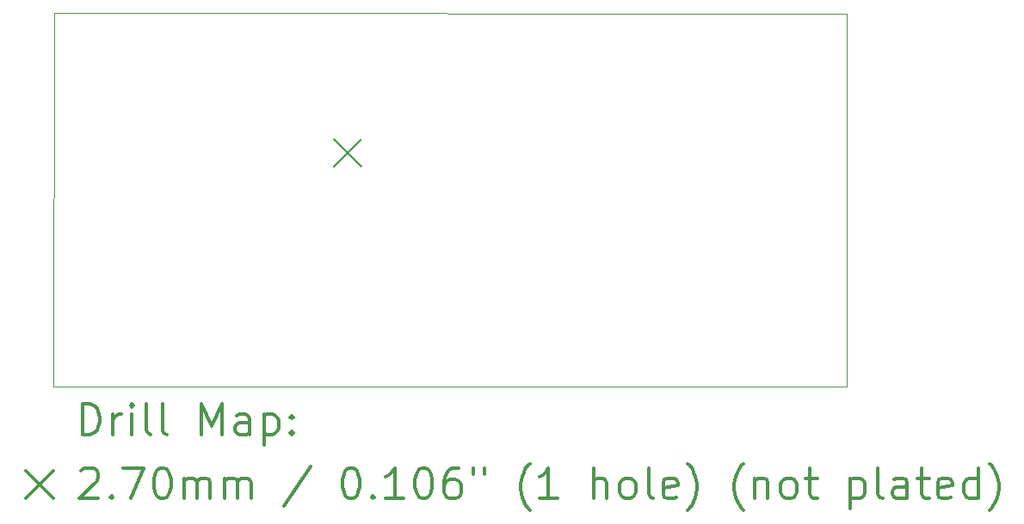
<source format=gbr>
%FSLAX45Y45*%
G04 Gerber Fmt 4.5, Leading zero omitted, Abs format (unit mm)*
G04 Created by KiCad (PCBNEW 5.1.5+dfsg1-2) date 2020-03-29 15:26:55*
%MOMM*%
%LPD*%
G04 APERTURE LIST*
%TA.AperFunction,Profile*%
%ADD10C,0.050000*%
%TD*%
%ADD11C,0.200000*%
%ADD12C,0.300000*%
G04 APERTURE END LIST*
D10*
X4563720Y-9668400D02*
X4565720Y-5983400D01*
X12364720Y-9672320D02*
X4563720Y-9668400D01*
X12364720Y-5994400D02*
X12364720Y-9672320D01*
X4565720Y-5983400D02*
X12364720Y-5994400D01*
D11*
X7323720Y-7233400D02*
X7593720Y-7503400D01*
X7593720Y-7233400D02*
X7323720Y-7503400D01*
D12*
X4847648Y-10140534D02*
X4847648Y-9840534D01*
X4919077Y-9840534D01*
X4961934Y-9854820D01*
X4990506Y-9883392D01*
X5004791Y-9911963D01*
X5019077Y-9969106D01*
X5019077Y-10011963D01*
X5004791Y-10069106D01*
X4990506Y-10097677D01*
X4961934Y-10126249D01*
X4919077Y-10140534D01*
X4847648Y-10140534D01*
X5147648Y-10140534D02*
X5147648Y-9940534D01*
X5147648Y-9997677D02*
X5161934Y-9969106D01*
X5176220Y-9954820D01*
X5204791Y-9940534D01*
X5233363Y-9940534D01*
X5333363Y-10140534D02*
X5333363Y-9940534D01*
X5333363Y-9840534D02*
X5319077Y-9854820D01*
X5333363Y-9869106D01*
X5347648Y-9854820D01*
X5333363Y-9840534D01*
X5333363Y-9869106D01*
X5519077Y-10140534D02*
X5490506Y-10126249D01*
X5476220Y-10097677D01*
X5476220Y-9840534D01*
X5676220Y-10140534D02*
X5647648Y-10126249D01*
X5633363Y-10097677D01*
X5633363Y-9840534D01*
X6019077Y-10140534D02*
X6019077Y-9840534D01*
X6119077Y-10054820D01*
X6219077Y-9840534D01*
X6219077Y-10140534D01*
X6490506Y-10140534D02*
X6490506Y-9983392D01*
X6476220Y-9954820D01*
X6447648Y-9940534D01*
X6390506Y-9940534D01*
X6361934Y-9954820D01*
X6490506Y-10126249D02*
X6461934Y-10140534D01*
X6390506Y-10140534D01*
X6361934Y-10126249D01*
X6347648Y-10097677D01*
X6347648Y-10069106D01*
X6361934Y-10040534D01*
X6390506Y-10026249D01*
X6461934Y-10026249D01*
X6490506Y-10011963D01*
X6633363Y-9940534D02*
X6633363Y-10240534D01*
X6633363Y-9954820D02*
X6661934Y-9940534D01*
X6719077Y-9940534D01*
X6747648Y-9954820D01*
X6761934Y-9969106D01*
X6776220Y-9997677D01*
X6776220Y-10083392D01*
X6761934Y-10111963D01*
X6747648Y-10126249D01*
X6719077Y-10140534D01*
X6661934Y-10140534D01*
X6633363Y-10126249D01*
X6904791Y-10111963D02*
X6919077Y-10126249D01*
X6904791Y-10140534D01*
X6890506Y-10126249D01*
X6904791Y-10111963D01*
X6904791Y-10140534D01*
X6904791Y-9954820D02*
X6919077Y-9969106D01*
X6904791Y-9983392D01*
X6890506Y-9969106D01*
X6904791Y-9954820D01*
X6904791Y-9983392D01*
X4291220Y-10499820D02*
X4561220Y-10769820D01*
X4561220Y-10499820D02*
X4291220Y-10769820D01*
X4833363Y-10499106D02*
X4847648Y-10484820D01*
X4876220Y-10470534D01*
X4947648Y-10470534D01*
X4976220Y-10484820D01*
X4990506Y-10499106D01*
X5004791Y-10527677D01*
X5004791Y-10556249D01*
X4990506Y-10599106D01*
X4819077Y-10770534D01*
X5004791Y-10770534D01*
X5133363Y-10741963D02*
X5147648Y-10756249D01*
X5133363Y-10770534D01*
X5119077Y-10756249D01*
X5133363Y-10741963D01*
X5133363Y-10770534D01*
X5247648Y-10470534D02*
X5447648Y-10470534D01*
X5319077Y-10770534D01*
X5619077Y-10470534D02*
X5647648Y-10470534D01*
X5676220Y-10484820D01*
X5690506Y-10499106D01*
X5704791Y-10527677D01*
X5719077Y-10584820D01*
X5719077Y-10656249D01*
X5704791Y-10713392D01*
X5690506Y-10741963D01*
X5676220Y-10756249D01*
X5647648Y-10770534D01*
X5619077Y-10770534D01*
X5590506Y-10756249D01*
X5576220Y-10741963D01*
X5561934Y-10713392D01*
X5547648Y-10656249D01*
X5547648Y-10584820D01*
X5561934Y-10527677D01*
X5576220Y-10499106D01*
X5590506Y-10484820D01*
X5619077Y-10470534D01*
X5847648Y-10770534D02*
X5847648Y-10570534D01*
X5847648Y-10599106D02*
X5861934Y-10584820D01*
X5890506Y-10570534D01*
X5933363Y-10570534D01*
X5961934Y-10584820D01*
X5976220Y-10613392D01*
X5976220Y-10770534D01*
X5976220Y-10613392D02*
X5990506Y-10584820D01*
X6019077Y-10570534D01*
X6061934Y-10570534D01*
X6090506Y-10584820D01*
X6104791Y-10613392D01*
X6104791Y-10770534D01*
X6247648Y-10770534D02*
X6247648Y-10570534D01*
X6247648Y-10599106D02*
X6261934Y-10584820D01*
X6290506Y-10570534D01*
X6333363Y-10570534D01*
X6361934Y-10584820D01*
X6376220Y-10613392D01*
X6376220Y-10770534D01*
X6376220Y-10613392D02*
X6390506Y-10584820D01*
X6419077Y-10570534D01*
X6461934Y-10570534D01*
X6490506Y-10584820D01*
X6504791Y-10613392D01*
X6504791Y-10770534D01*
X7090506Y-10456249D02*
X6833363Y-10841963D01*
X7476220Y-10470534D02*
X7504791Y-10470534D01*
X7533363Y-10484820D01*
X7547648Y-10499106D01*
X7561934Y-10527677D01*
X7576220Y-10584820D01*
X7576220Y-10656249D01*
X7561934Y-10713392D01*
X7547648Y-10741963D01*
X7533363Y-10756249D01*
X7504791Y-10770534D01*
X7476220Y-10770534D01*
X7447648Y-10756249D01*
X7433363Y-10741963D01*
X7419077Y-10713392D01*
X7404791Y-10656249D01*
X7404791Y-10584820D01*
X7419077Y-10527677D01*
X7433363Y-10499106D01*
X7447648Y-10484820D01*
X7476220Y-10470534D01*
X7704791Y-10741963D02*
X7719077Y-10756249D01*
X7704791Y-10770534D01*
X7690506Y-10756249D01*
X7704791Y-10741963D01*
X7704791Y-10770534D01*
X8004791Y-10770534D02*
X7833363Y-10770534D01*
X7919077Y-10770534D02*
X7919077Y-10470534D01*
X7890506Y-10513392D01*
X7861934Y-10541963D01*
X7833363Y-10556249D01*
X8190506Y-10470534D02*
X8219077Y-10470534D01*
X8247648Y-10484820D01*
X8261934Y-10499106D01*
X8276220Y-10527677D01*
X8290506Y-10584820D01*
X8290506Y-10656249D01*
X8276220Y-10713392D01*
X8261934Y-10741963D01*
X8247648Y-10756249D01*
X8219077Y-10770534D01*
X8190506Y-10770534D01*
X8161934Y-10756249D01*
X8147648Y-10741963D01*
X8133363Y-10713392D01*
X8119077Y-10656249D01*
X8119077Y-10584820D01*
X8133363Y-10527677D01*
X8147648Y-10499106D01*
X8161934Y-10484820D01*
X8190506Y-10470534D01*
X8547648Y-10470534D02*
X8490506Y-10470534D01*
X8461934Y-10484820D01*
X8447648Y-10499106D01*
X8419077Y-10541963D01*
X8404791Y-10599106D01*
X8404791Y-10713392D01*
X8419077Y-10741963D01*
X8433363Y-10756249D01*
X8461934Y-10770534D01*
X8519077Y-10770534D01*
X8547648Y-10756249D01*
X8561934Y-10741963D01*
X8576220Y-10713392D01*
X8576220Y-10641963D01*
X8561934Y-10613392D01*
X8547648Y-10599106D01*
X8519077Y-10584820D01*
X8461934Y-10584820D01*
X8433363Y-10599106D01*
X8419077Y-10613392D01*
X8404791Y-10641963D01*
X8690506Y-10470534D02*
X8690506Y-10527677D01*
X8804791Y-10470534D02*
X8804791Y-10527677D01*
X9247648Y-10884820D02*
X9233363Y-10870534D01*
X9204791Y-10827677D01*
X9190506Y-10799106D01*
X9176220Y-10756249D01*
X9161934Y-10684820D01*
X9161934Y-10627677D01*
X9176220Y-10556249D01*
X9190506Y-10513392D01*
X9204791Y-10484820D01*
X9233363Y-10441963D01*
X9247648Y-10427677D01*
X9519077Y-10770534D02*
X9347648Y-10770534D01*
X9433363Y-10770534D02*
X9433363Y-10470534D01*
X9404791Y-10513392D01*
X9376220Y-10541963D01*
X9347648Y-10556249D01*
X9876220Y-10770534D02*
X9876220Y-10470534D01*
X10004791Y-10770534D02*
X10004791Y-10613392D01*
X9990506Y-10584820D01*
X9961934Y-10570534D01*
X9919077Y-10570534D01*
X9890506Y-10584820D01*
X9876220Y-10599106D01*
X10190506Y-10770534D02*
X10161934Y-10756249D01*
X10147648Y-10741963D01*
X10133363Y-10713392D01*
X10133363Y-10627677D01*
X10147648Y-10599106D01*
X10161934Y-10584820D01*
X10190506Y-10570534D01*
X10233363Y-10570534D01*
X10261934Y-10584820D01*
X10276220Y-10599106D01*
X10290506Y-10627677D01*
X10290506Y-10713392D01*
X10276220Y-10741963D01*
X10261934Y-10756249D01*
X10233363Y-10770534D01*
X10190506Y-10770534D01*
X10461934Y-10770534D02*
X10433363Y-10756249D01*
X10419077Y-10727677D01*
X10419077Y-10470534D01*
X10690506Y-10756249D02*
X10661934Y-10770534D01*
X10604791Y-10770534D01*
X10576220Y-10756249D01*
X10561934Y-10727677D01*
X10561934Y-10613392D01*
X10576220Y-10584820D01*
X10604791Y-10570534D01*
X10661934Y-10570534D01*
X10690506Y-10584820D01*
X10704791Y-10613392D01*
X10704791Y-10641963D01*
X10561934Y-10670534D01*
X10804791Y-10884820D02*
X10819077Y-10870534D01*
X10847648Y-10827677D01*
X10861934Y-10799106D01*
X10876220Y-10756249D01*
X10890506Y-10684820D01*
X10890506Y-10627677D01*
X10876220Y-10556249D01*
X10861934Y-10513392D01*
X10847648Y-10484820D01*
X10819077Y-10441963D01*
X10804791Y-10427677D01*
X11347648Y-10884820D02*
X11333363Y-10870534D01*
X11304791Y-10827677D01*
X11290506Y-10799106D01*
X11276220Y-10756249D01*
X11261934Y-10684820D01*
X11261934Y-10627677D01*
X11276220Y-10556249D01*
X11290506Y-10513392D01*
X11304791Y-10484820D01*
X11333363Y-10441963D01*
X11347648Y-10427677D01*
X11461934Y-10570534D02*
X11461934Y-10770534D01*
X11461934Y-10599106D02*
X11476220Y-10584820D01*
X11504791Y-10570534D01*
X11547648Y-10570534D01*
X11576220Y-10584820D01*
X11590506Y-10613392D01*
X11590506Y-10770534D01*
X11776220Y-10770534D02*
X11747648Y-10756249D01*
X11733363Y-10741963D01*
X11719077Y-10713392D01*
X11719077Y-10627677D01*
X11733363Y-10599106D01*
X11747648Y-10584820D01*
X11776220Y-10570534D01*
X11819077Y-10570534D01*
X11847648Y-10584820D01*
X11861934Y-10599106D01*
X11876220Y-10627677D01*
X11876220Y-10713392D01*
X11861934Y-10741963D01*
X11847648Y-10756249D01*
X11819077Y-10770534D01*
X11776220Y-10770534D01*
X11961934Y-10570534D02*
X12076220Y-10570534D01*
X12004791Y-10470534D02*
X12004791Y-10727677D01*
X12019077Y-10756249D01*
X12047648Y-10770534D01*
X12076220Y-10770534D01*
X12404791Y-10570534D02*
X12404791Y-10870534D01*
X12404791Y-10584820D02*
X12433363Y-10570534D01*
X12490506Y-10570534D01*
X12519077Y-10584820D01*
X12533363Y-10599106D01*
X12547648Y-10627677D01*
X12547648Y-10713392D01*
X12533363Y-10741963D01*
X12519077Y-10756249D01*
X12490506Y-10770534D01*
X12433363Y-10770534D01*
X12404791Y-10756249D01*
X12719077Y-10770534D02*
X12690506Y-10756249D01*
X12676220Y-10727677D01*
X12676220Y-10470534D01*
X12961934Y-10770534D02*
X12961934Y-10613392D01*
X12947648Y-10584820D01*
X12919077Y-10570534D01*
X12861934Y-10570534D01*
X12833363Y-10584820D01*
X12961934Y-10756249D02*
X12933363Y-10770534D01*
X12861934Y-10770534D01*
X12833363Y-10756249D01*
X12819077Y-10727677D01*
X12819077Y-10699106D01*
X12833363Y-10670534D01*
X12861934Y-10656249D01*
X12933363Y-10656249D01*
X12961934Y-10641963D01*
X13061934Y-10570534D02*
X13176220Y-10570534D01*
X13104791Y-10470534D02*
X13104791Y-10727677D01*
X13119077Y-10756249D01*
X13147648Y-10770534D01*
X13176220Y-10770534D01*
X13390506Y-10756249D02*
X13361934Y-10770534D01*
X13304791Y-10770534D01*
X13276220Y-10756249D01*
X13261934Y-10727677D01*
X13261934Y-10613392D01*
X13276220Y-10584820D01*
X13304791Y-10570534D01*
X13361934Y-10570534D01*
X13390506Y-10584820D01*
X13404791Y-10613392D01*
X13404791Y-10641963D01*
X13261934Y-10670534D01*
X13661934Y-10770534D02*
X13661934Y-10470534D01*
X13661934Y-10756249D02*
X13633363Y-10770534D01*
X13576220Y-10770534D01*
X13547648Y-10756249D01*
X13533363Y-10741963D01*
X13519077Y-10713392D01*
X13519077Y-10627677D01*
X13533363Y-10599106D01*
X13547648Y-10584820D01*
X13576220Y-10570534D01*
X13633363Y-10570534D01*
X13661934Y-10584820D01*
X13776220Y-10884820D02*
X13790506Y-10870534D01*
X13819077Y-10827677D01*
X13833363Y-10799106D01*
X13847648Y-10756249D01*
X13861934Y-10684820D01*
X13861934Y-10627677D01*
X13847648Y-10556249D01*
X13833363Y-10513392D01*
X13819077Y-10484820D01*
X13790506Y-10441963D01*
X13776220Y-10427677D01*
M02*

</source>
